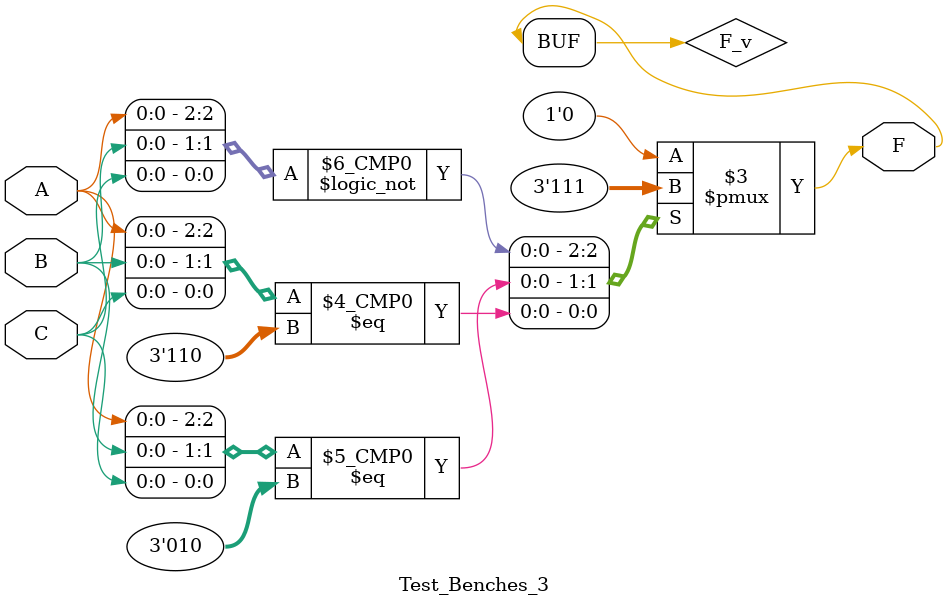
<source format=v>
`timescale 1ns / 1ps


module Test_Benches_3(
    input A,
    input B,
    input C,
    output F
    );
    reg F_v;
    always @ (*) begin
        case ({A,B,C})
            3'b000 : F_v=1'b1;
            3'b010 : F_v=1'b1;
            3'b110 : F_v=1'b1;
            default F_v=1'b0;
        endcase
    end
    assign F=F_v;
endmodule

</source>
